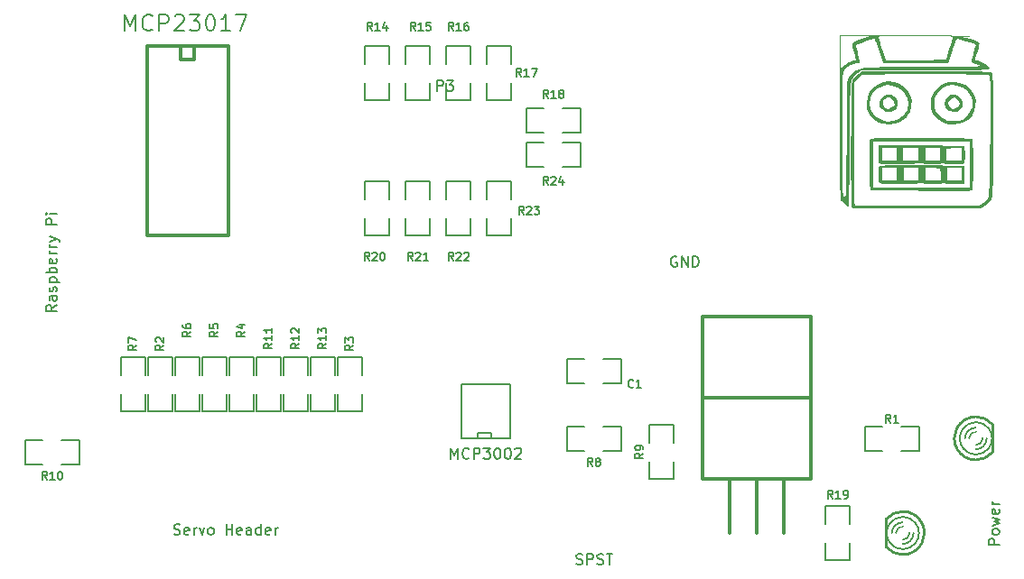
<source format=gto>
G04 (created by PCBNEW (2013-07-07 BZR 4022)-stable) date 8/21/2014 4:39:55 PM*
%MOIN*%
G04 Gerber Fmt 3.4, Leading zero omitted, Abs format*
%FSLAX34Y34*%
G01*
G70*
G90*
G04 APERTURE LIST*
%ADD10C,0.00393701*%
%ADD11C,0.012*%
%ADD12C,0.005*%
%ADD13C,0.01*%
%ADD14C,0.006*%
%ADD15C,0.0001*%
%ADD16C,0.00590551*%
G04 APERTURE END LIST*
G54D10*
G54D11*
X59500Y-92500D02*
X59500Y-90500D01*
X60500Y-92500D02*
X60500Y-90500D01*
X61500Y-92500D02*
X61500Y-90500D01*
X62500Y-90500D02*
X62500Y-84500D01*
X62500Y-84500D02*
X58500Y-84500D01*
X58500Y-84500D02*
X58500Y-90500D01*
X58500Y-90500D02*
X62500Y-90500D01*
X62000Y-87500D02*
X58500Y-87500D01*
X62000Y-87500D02*
X62500Y-87500D01*
G54D12*
X49600Y-89000D02*
X49600Y-87000D01*
X49600Y-87000D02*
X51400Y-87000D01*
X51400Y-87000D02*
X51400Y-89000D01*
X51400Y-89000D02*
X49600Y-89000D01*
X50200Y-89000D02*
X50200Y-88800D01*
X50200Y-88800D02*
X50700Y-88800D01*
X50700Y-88800D02*
X50700Y-89000D01*
G54D11*
X40500Y-81500D02*
X38000Y-81500D01*
X38000Y-81500D02*
X38000Y-74500D01*
X38000Y-74500D02*
X41000Y-74500D01*
X41000Y-74500D02*
X41000Y-81500D01*
X41000Y-81500D02*
X40500Y-81500D01*
X39750Y-74500D02*
X39750Y-75000D01*
X39750Y-75000D02*
X39250Y-75000D01*
X39250Y-75000D02*
X39250Y-74500D01*
G54D12*
X45050Y-88000D02*
X45950Y-88000D01*
X45950Y-88000D02*
X45950Y-87350D01*
X45050Y-86650D02*
X45050Y-86000D01*
X45050Y-86000D02*
X45950Y-86000D01*
X45950Y-86000D02*
X45950Y-86650D01*
X45050Y-87350D02*
X45050Y-88000D01*
X48450Y-74500D02*
X47550Y-74500D01*
X47550Y-74500D02*
X47550Y-75150D01*
X48450Y-75850D02*
X48450Y-76500D01*
X48450Y-76500D02*
X47550Y-76500D01*
X47550Y-76500D02*
X47550Y-75850D01*
X48450Y-75150D02*
X48450Y-74500D01*
X46950Y-74500D02*
X46050Y-74500D01*
X46050Y-74500D02*
X46050Y-75150D01*
X46950Y-75850D02*
X46950Y-76500D01*
X46950Y-76500D02*
X46050Y-76500D01*
X46050Y-76500D02*
X46050Y-75850D01*
X46950Y-75150D02*
X46950Y-74500D01*
X54000Y-77700D02*
X54000Y-76800D01*
X54000Y-76800D02*
X53350Y-76800D01*
X52650Y-77700D02*
X52000Y-77700D01*
X52000Y-77700D02*
X52000Y-76800D01*
X52000Y-76800D02*
X52650Y-76800D01*
X53350Y-77700D02*
X54000Y-77700D01*
X52000Y-78050D02*
X52000Y-78950D01*
X52000Y-78950D02*
X52650Y-78950D01*
X53350Y-78050D02*
X54000Y-78050D01*
X54000Y-78050D02*
X54000Y-78950D01*
X54000Y-78950D02*
X53350Y-78950D01*
X52650Y-78050D02*
X52000Y-78050D01*
X51450Y-79500D02*
X50550Y-79500D01*
X50550Y-79500D02*
X50550Y-80150D01*
X51450Y-80850D02*
X51450Y-81500D01*
X51450Y-81500D02*
X50550Y-81500D01*
X50550Y-81500D02*
X50550Y-80850D01*
X51450Y-80150D02*
X51450Y-79500D01*
X49950Y-79500D02*
X49050Y-79500D01*
X49050Y-79500D02*
X49050Y-80150D01*
X49950Y-80850D02*
X49950Y-81500D01*
X49950Y-81500D02*
X49050Y-81500D01*
X49050Y-81500D02*
X49050Y-80850D01*
X49950Y-80150D02*
X49950Y-79500D01*
X48450Y-79500D02*
X47550Y-79500D01*
X47550Y-79500D02*
X47550Y-80150D01*
X48450Y-80850D02*
X48450Y-81500D01*
X48450Y-81500D02*
X47550Y-81500D01*
X47550Y-81500D02*
X47550Y-80850D01*
X48450Y-80150D02*
X48450Y-79500D01*
X46950Y-79500D02*
X46050Y-79500D01*
X46050Y-79500D02*
X46050Y-80150D01*
X46950Y-80850D02*
X46950Y-81500D01*
X46950Y-81500D02*
X46050Y-81500D01*
X46050Y-81500D02*
X46050Y-80850D01*
X46950Y-80150D02*
X46950Y-79500D01*
X63050Y-93500D02*
X63950Y-93500D01*
X63950Y-93500D02*
X63950Y-92850D01*
X63050Y-92150D02*
X63050Y-91500D01*
X63050Y-91500D02*
X63950Y-91500D01*
X63950Y-91500D02*
X63950Y-92150D01*
X63050Y-92850D02*
X63050Y-93500D01*
X51450Y-74500D02*
X50550Y-74500D01*
X50550Y-74500D02*
X50550Y-75150D01*
X51450Y-75850D02*
X51450Y-76500D01*
X51450Y-76500D02*
X50550Y-76500D01*
X50550Y-76500D02*
X50550Y-75850D01*
X51450Y-75150D02*
X51450Y-74500D01*
X41050Y-88000D02*
X41950Y-88000D01*
X41950Y-88000D02*
X41950Y-87350D01*
X41050Y-86650D02*
X41050Y-86000D01*
X41050Y-86000D02*
X41950Y-86000D01*
X41950Y-86000D02*
X41950Y-86650D01*
X41050Y-87350D02*
X41050Y-88000D01*
X40050Y-88000D02*
X40950Y-88000D01*
X40950Y-88000D02*
X40950Y-87350D01*
X40050Y-86650D02*
X40050Y-86000D01*
X40050Y-86000D02*
X40950Y-86000D01*
X40950Y-86000D02*
X40950Y-86650D01*
X40050Y-87350D02*
X40050Y-88000D01*
X39050Y-88000D02*
X39950Y-88000D01*
X39950Y-88000D02*
X39950Y-87350D01*
X39050Y-86650D02*
X39050Y-86000D01*
X39050Y-86000D02*
X39950Y-86000D01*
X39950Y-86000D02*
X39950Y-86650D01*
X39050Y-87350D02*
X39050Y-88000D01*
X37050Y-88000D02*
X37950Y-88000D01*
X37950Y-88000D02*
X37950Y-87350D01*
X37050Y-86650D02*
X37050Y-86000D01*
X37050Y-86000D02*
X37950Y-86000D01*
X37950Y-86000D02*
X37950Y-86650D01*
X37050Y-87350D02*
X37050Y-88000D01*
X38950Y-86000D02*
X38050Y-86000D01*
X38050Y-86000D02*
X38050Y-86650D01*
X38950Y-87350D02*
X38950Y-88000D01*
X38950Y-88000D02*
X38050Y-88000D01*
X38050Y-88000D02*
X38050Y-87350D01*
X38950Y-86650D02*
X38950Y-86000D01*
X33500Y-89050D02*
X33500Y-89950D01*
X33500Y-89950D02*
X34150Y-89950D01*
X34850Y-89050D02*
X35500Y-89050D01*
X35500Y-89050D02*
X35500Y-89950D01*
X35500Y-89950D02*
X34850Y-89950D01*
X34150Y-89050D02*
X33500Y-89050D01*
X42950Y-86000D02*
X42050Y-86000D01*
X42050Y-86000D02*
X42050Y-86650D01*
X42950Y-87350D02*
X42950Y-88000D01*
X42950Y-88000D02*
X42050Y-88000D01*
X42050Y-88000D02*
X42050Y-87350D01*
X42950Y-86650D02*
X42950Y-86000D01*
X43950Y-86000D02*
X43050Y-86000D01*
X43050Y-86000D02*
X43050Y-86650D01*
X43950Y-87350D02*
X43950Y-88000D01*
X43950Y-88000D02*
X43050Y-88000D01*
X43050Y-88000D02*
X43050Y-87350D01*
X43950Y-86650D02*
X43950Y-86000D01*
X44950Y-86000D02*
X44050Y-86000D01*
X44050Y-86000D02*
X44050Y-86650D01*
X44950Y-87350D02*
X44950Y-88000D01*
X44950Y-88000D02*
X44050Y-88000D01*
X44050Y-88000D02*
X44050Y-87350D01*
X44950Y-86650D02*
X44950Y-86000D01*
X49950Y-74500D02*
X49050Y-74500D01*
X49050Y-74500D02*
X49050Y-75150D01*
X49950Y-75850D02*
X49950Y-76500D01*
X49950Y-76500D02*
X49050Y-76500D01*
X49050Y-76500D02*
X49050Y-75850D01*
X49950Y-75150D02*
X49950Y-74500D01*
X66500Y-89450D02*
X66500Y-88550D01*
X66500Y-88550D02*
X65850Y-88550D01*
X65150Y-89450D02*
X64500Y-89450D01*
X64500Y-89450D02*
X64500Y-88550D01*
X64500Y-88550D02*
X65150Y-88550D01*
X65850Y-89450D02*
X66500Y-89450D01*
X53500Y-86050D02*
X53500Y-86950D01*
X53500Y-86950D02*
X54150Y-86950D01*
X54850Y-86050D02*
X55500Y-86050D01*
X55500Y-86050D02*
X55500Y-86950D01*
X55500Y-86950D02*
X54850Y-86950D01*
X54150Y-86050D02*
X53500Y-86050D01*
X53500Y-88550D02*
X53500Y-89450D01*
X53500Y-89450D02*
X54150Y-89450D01*
X54850Y-88550D02*
X55500Y-88550D01*
X55500Y-88550D02*
X55500Y-89450D01*
X55500Y-89450D02*
X54850Y-89450D01*
X54150Y-88550D02*
X53500Y-88550D01*
X57450Y-88500D02*
X56550Y-88500D01*
X56550Y-88500D02*
X56550Y-89150D01*
X57450Y-89850D02*
X57450Y-90500D01*
X57450Y-90500D02*
X56550Y-90500D01*
X56550Y-90500D02*
X56550Y-89850D01*
X57450Y-89150D02*
X57450Y-88500D01*
G54D13*
X65280Y-92000D02*
X65280Y-93000D01*
G54D14*
X66360Y-92884D02*
G75*
G03X66500Y-92500I-460J384D01*
G74*
G01*
X66499Y-92500D02*
G75*
G03X66348Y-92102I-599J0D01*
G74*
G01*
X65300Y-92500D02*
G75*
G03X65444Y-92889I599J0D01*
G74*
G01*
X65439Y-92115D02*
G75*
G03X65300Y-92500I460J-384D01*
G74*
G01*
X65412Y-92849D02*
G75*
G03X65900Y-93100I487J349D01*
G74*
G01*
X65900Y-93100D02*
G75*
G03X66379Y-92860I0J600D01*
G74*
G01*
X65900Y-91900D02*
G75*
G03X65427Y-92131I0J-599D01*
G74*
G01*
X66373Y-92131D02*
G75*
G03X65900Y-91900I-473J-368D01*
G74*
G01*
X65900Y-92750D02*
G75*
G03X66150Y-92500I0J250D01*
G74*
G01*
X65900Y-92900D02*
G75*
G03X66300Y-92500I0J400D01*
G74*
G01*
X65900Y-92250D02*
G75*
G03X65650Y-92500I0J-250D01*
G74*
G01*
X65900Y-92100D02*
G75*
G03X65500Y-92500I0J-400D01*
G74*
G01*
G54D13*
X65286Y-93013D02*
G75*
G03X65900Y-93300I613J513D01*
G74*
G01*
X65900Y-93299D02*
G75*
G03X66604Y-92876I0J799D01*
G74*
G01*
X65898Y-91701D02*
G75*
G03X65289Y-91984I1J-798D01*
G74*
G01*
X66594Y-92102D02*
G75*
G03X65900Y-91700I-694J-397D01*
G74*
G01*
X66604Y-92879D02*
G75*
G03X66700Y-92500I-704J379D01*
G74*
G01*
X66699Y-92500D02*
G75*
G03X66581Y-92081I-799J0D01*
G74*
G01*
X69220Y-89500D02*
X69220Y-88500D01*
G54D14*
X68139Y-88615D02*
G75*
G03X68000Y-89000I460J-384D01*
G74*
G01*
X68000Y-89000D02*
G75*
G03X68151Y-89397I599J0D01*
G74*
G01*
X69199Y-89000D02*
G75*
G03X69055Y-88610I-599J0D01*
G74*
G01*
X69060Y-89384D02*
G75*
G03X69200Y-89000I-460J384D01*
G74*
G01*
X69087Y-88650D02*
G75*
G03X68600Y-88400I-487J-349D01*
G74*
G01*
X68600Y-88400D02*
G75*
G03X68120Y-88639I0J-600D01*
G74*
G01*
X68600Y-89599D02*
G75*
G03X69072Y-89368I0J599D01*
G74*
G01*
X68126Y-89368D02*
G75*
G03X68600Y-89600I473J368D01*
G74*
G01*
X68600Y-88750D02*
G75*
G03X68350Y-89000I0J-250D01*
G74*
G01*
X68600Y-88600D02*
G75*
G03X68200Y-89000I0J-400D01*
G74*
G01*
X68600Y-89250D02*
G75*
G03X68850Y-89000I0J250D01*
G74*
G01*
X68600Y-89400D02*
G75*
G03X69000Y-89000I0J400D01*
G74*
G01*
G54D13*
X69213Y-88486D02*
G75*
G03X68600Y-88200I-613J-513D01*
G74*
G01*
X68600Y-88201D02*
G75*
G03X67895Y-88623I0J-799D01*
G74*
G01*
X68601Y-89798D02*
G75*
G03X69210Y-89515I-1J798D01*
G74*
G01*
X67905Y-89397D02*
G75*
G03X68600Y-89800I694J397D01*
G74*
G01*
X67895Y-88620D02*
G75*
G03X67800Y-89000I704J-379D01*
G74*
G01*
X67800Y-89000D02*
G75*
G03X67918Y-89418I799J0D01*
G74*
G01*
G54D15*
G36*
X69108Y-75325D02*
X69095Y-75345D01*
X69045Y-75359D01*
X68946Y-75370D01*
X68857Y-75378D01*
X68794Y-75381D01*
X68794Y-75223D01*
X68788Y-75218D01*
X68716Y-75182D01*
X68615Y-75152D01*
X68594Y-75149D01*
X68507Y-75125D01*
X68451Y-75092D01*
X68445Y-75083D01*
X68447Y-75033D01*
X68466Y-74938D01*
X68498Y-74813D01*
X68514Y-74760D01*
X68553Y-74632D01*
X68582Y-74529D01*
X68598Y-74467D01*
X68600Y-74457D01*
X68570Y-74440D01*
X68493Y-74409D01*
X68383Y-74370D01*
X68257Y-74328D01*
X68130Y-74288D01*
X68018Y-74256D01*
X67938Y-74236D01*
X67912Y-74233D01*
X67886Y-74263D01*
X67847Y-74346D01*
X67797Y-74472D01*
X67754Y-74593D01*
X67754Y-74184D01*
X67753Y-74171D01*
X67736Y-74161D01*
X67697Y-74153D01*
X67631Y-74146D01*
X67531Y-74141D01*
X67392Y-74137D01*
X67208Y-74135D01*
X66974Y-74134D01*
X66684Y-74133D01*
X66387Y-74133D01*
X66090Y-74133D01*
X65815Y-74135D01*
X65569Y-74137D01*
X65358Y-74140D01*
X65189Y-74143D01*
X65070Y-74147D01*
X65008Y-74152D01*
X65000Y-74154D01*
X65009Y-74192D01*
X65035Y-74281D01*
X65074Y-74409D01*
X65122Y-74564D01*
X65135Y-74604D01*
X65269Y-75033D01*
X66029Y-75033D01*
X66274Y-75032D01*
X66521Y-75029D01*
X66754Y-75025D01*
X66957Y-75019D01*
X67113Y-75013D01*
X67143Y-75011D01*
X67497Y-74990D01*
X67616Y-74612D01*
X67664Y-74460D01*
X67706Y-74327D01*
X67738Y-74230D01*
X67754Y-74184D01*
X67754Y-74593D01*
X67741Y-74630D01*
X67726Y-74675D01*
X67582Y-75116D01*
X66375Y-75125D01*
X65169Y-75134D01*
X65028Y-74683D01*
X64976Y-74522D01*
X64928Y-74386D01*
X64888Y-74287D01*
X64862Y-74237D01*
X64856Y-74233D01*
X64798Y-74243D01*
X64701Y-74269D01*
X64683Y-74274D01*
X64683Y-74138D01*
X64142Y-74136D01*
X63600Y-74133D01*
X63600Y-74758D01*
X63601Y-75383D01*
X63687Y-75274D01*
X63776Y-75185D01*
X63884Y-75108D01*
X63902Y-75099D01*
X63998Y-75057D01*
X64081Y-75034D01*
X64099Y-75033D01*
X64141Y-75025D01*
X64161Y-74996D01*
X64157Y-74933D01*
X64130Y-74825D01*
X64100Y-74727D01*
X64053Y-74570D01*
X64032Y-74462D01*
X64046Y-74388D01*
X64102Y-74336D01*
X64206Y-74290D01*
X64358Y-74241D01*
X64683Y-74138D01*
X64683Y-74274D01*
X64580Y-74306D01*
X64452Y-74349D01*
X64331Y-74393D01*
X64234Y-74431D01*
X64176Y-74458D01*
X64167Y-74467D01*
X64175Y-74511D01*
X64199Y-74603D01*
X64233Y-74726D01*
X64250Y-74786D01*
X64285Y-74916D01*
X64309Y-75022D01*
X64319Y-75087D01*
X64317Y-75098D01*
X64277Y-75119D01*
X64196Y-75140D01*
X64160Y-75147D01*
X63972Y-75205D01*
X63817Y-75312D01*
X63735Y-75413D01*
X63721Y-75437D01*
X63710Y-75463D01*
X63700Y-75497D01*
X63692Y-75544D01*
X63685Y-75608D01*
X63680Y-75695D01*
X63675Y-75810D01*
X63672Y-75957D01*
X63670Y-76142D01*
X63668Y-76369D01*
X63667Y-76644D01*
X63667Y-76971D01*
X63667Y-77356D01*
X63666Y-77748D01*
X63667Y-78190D01*
X63667Y-78570D01*
X63668Y-78893D01*
X63669Y-79164D01*
X63671Y-79387D01*
X63674Y-79569D01*
X63677Y-79714D01*
X63682Y-79826D01*
X63688Y-79910D01*
X63695Y-79972D01*
X63703Y-80016D01*
X63713Y-80048D01*
X63725Y-80071D01*
X63725Y-80072D01*
X63783Y-80171D01*
X63804Y-79927D01*
X63808Y-79849D01*
X63812Y-79710D01*
X63815Y-79519D01*
X63819Y-79282D01*
X63822Y-79006D01*
X63824Y-78698D01*
X63826Y-78364D01*
X63828Y-78012D01*
X63829Y-77754D01*
X63833Y-75825D01*
X63921Y-75664D01*
X64039Y-75498D01*
X64187Y-75384D01*
X64375Y-75316D01*
X64512Y-75294D01*
X64588Y-75290D01*
X64724Y-75286D01*
X64913Y-75282D01*
X65150Y-75278D01*
X65426Y-75275D01*
X65736Y-75272D01*
X66073Y-75270D01*
X66431Y-75268D01*
X66800Y-75267D01*
X67225Y-75266D01*
X67588Y-75265D01*
X67893Y-75264D01*
X68145Y-75262D01*
X68348Y-75259D01*
X68507Y-75255D01*
X68626Y-75251D01*
X68710Y-75246D01*
X68762Y-75239D01*
X68789Y-75232D01*
X68794Y-75223D01*
X68794Y-75381D01*
X68775Y-75382D01*
X68633Y-75385D01*
X68438Y-75388D01*
X68196Y-75391D01*
X67914Y-75394D01*
X67598Y-75396D01*
X67255Y-75398D01*
X66892Y-75399D01*
X66516Y-75399D01*
X66477Y-75399D01*
X64372Y-75400D01*
X64229Y-75508D01*
X64177Y-75547D01*
X64132Y-75580D01*
X64093Y-75613D01*
X64061Y-75651D01*
X64034Y-75698D01*
X64011Y-75759D01*
X63993Y-75840D01*
X63979Y-75944D01*
X63968Y-76078D01*
X63960Y-76245D01*
X63954Y-76450D01*
X63950Y-76699D01*
X63947Y-76996D01*
X63944Y-77345D01*
X63942Y-77753D01*
X63939Y-78138D01*
X63936Y-78640D01*
X63931Y-79081D01*
X63926Y-79462D01*
X63921Y-79782D01*
X63915Y-80039D01*
X63909Y-80233D01*
X63902Y-80362D01*
X63895Y-80426D01*
X63891Y-80433D01*
X63849Y-80409D01*
X63783Y-80352D01*
X63713Y-80278D01*
X63655Y-80207D01*
X63628Y-80157D01*
X63628Y-80155D01*
X63622Y-80164D01*
X63612Y-80226D01*
X63603Y-80316D01*
X63600Y-80312D01*
X63597Y-80246D01*
X63595Y-80121D01*
X63592Y-79942D01*
X63590Y-79714D01*
X63588Y-79439D01*
X63586Y-79123D01*
X63585Y-78769D01*
X63583Y-78383D01*
X63582Y-77967D01*
X63582Y-77526D01*
X63582Y-77309D01*
X63580Y-74102D01*
X66415Y-74108D01*
X66828Y-74109D01*
X67210Y-74111D01*
X67557Y-74113D01*
X67867Y-74115D01*
X68135Y-74117D01*
X68357Y-74119D01*
X68531Y-74122D01*
X68653Y-74124D01*
X68718Y-74127D01*
X68724Y-74130D01*
X68670Y-74132D01*
X68091Y-74150D01*
X68412Y-74246D01*
X68572Y-74297D01*
X68674Y-74339D01*
X68724Y-74374D01*
X68733Y-74396D01*
X68724Y-74453D01*
X68700Y-74557D01*
X68664Y-74691D01*
X68623Y-74836D01*
X68585Y-74959D01*
X68582Y-75004D01*
X68618Y-75031D01*
X68690Y-75048D01*
X68812Y-75086D01*
X68936Y-75151D01*
X69040Y-75227D01*
X69097Y-75294D01*
X69108Y-75325D01*
X69108Y-75325D01*
X69108Y-75325D01*
G37*
G36*
X69233Y-78580D02*
X69232Y-78904D01*
X69231Y-79177D01*
X69230Y-79402D01*
X69228Y-79586D01*
X69224Y-79734D01*
X69220Y-79849D01*
X69214Y-79938D01*
X69208Y-80005D01*
X69199Y-80055D01*
X69189Y-80094D01*
X69177Y-80126D01*
X69164Y-80155D01*
X69162Y-80159D01*
X69132Y-80200D01*
X69132Y-76584D01*
X69131Y-76295D01*
X69129Y-76061D01*
X69126Y-75877D01*
X69121Y-75741D01*
X69115Y-75650D01*
X69108Y-75601D01*
X69103Y-75590D01*
X69062Y-75581D01*
X68961Y-75573D01*
X68807Y-75565D01*
X68607Y-75558D01*
X68367Y-75551D01*
X68095Y-75546D01*
X67798Y-75541D01*
X67481Y-75538D01*
X67153Y-75535D01*
X66819Y-75534D01*
X66488Y-75533D01*
X66165Y-75534D01*
X65857Y-75536D01*
X65571Y-75540D01*
X65315Y-75545D01*
X65143Y-75549D01*
X64389Y-75574D01*
X64253Y-75701D01*
X64117Y-75828D01*
X64106Y-77972D01*
X64105Y-78348D01*
X64104Y-78708D01*
X64104Y-79045D01*
X64104Y-79353D01*
X64105Y-79626D01*
X64107Y-79858D01*
X64109Y-80044D01*
X64112Y-80176D01*
X64116Y-80249D01*
X64116Y-80258D01*
X64137Y-80400D01*
X66430Y-80400D01*
X68723Y-80400D01*
X68860Y-80300D01*
X68909Y-80266D01*
X68951Y-80235D01*
X68987Y-80203D01*
X69017Y-80165D01*
X69042Y-80116D01*
X69062Y-80050D01*
X69079Y-79964D01*
X69091Y-79852D01*
X69101Y-79709D01*
X69109Y-79530D01*
X69114Y-79310D01*
X69118Y-79045D01*
X69121Y-78729D01*
X69123Y-78357D01*
X69126Y-77925D01*
X69127Y-77805D01*
X69130Y-77336D01*
X69131Y-76930D01*
X69132Y-76584D01*
X69132Y-80200D01*
X69049Y-80316D01*
X68939Y-80403D01*
X68787Y-80500D01*
X66411Y-80500D01*
X64034Y-80500D01*
X64009Y-80408D01*
X64005Y-80360D01*
X64001Y-80250D01*
X63997Y-80086D01*
X63995Y-79872D01*
X63992Y-79614D01*
X63991Y-79319D01*
X63990Y-78991D01*
X63990Y-78637D01*
X63990Y-78262D01*
X63991Y-78071D01*
X63993Y-77629D01*
X63994Y-77249D01*
X63996Y-76926D01*
X63998Y-76655D01*
X64000Y-76430D01*
X64003Y-76248D01*
X64007Y-76103D01*
X64012Y-75990D01*
X64018Y-75904D01*
X64025Y-75841D01*
X64033Y-75795D01*
X64043Y-75762D01*
X64055Y-75736D01*
X64066Y-75717D01*
X64137Y-75628D01*
X64233Y-75541D01*
X64260Y-75521D01*
X64387Y-75433D01*
X66745Y-75433D01*
X67274Y-75433D01*
X67739Y-75435D01*
X68139Y-75437D01*
X68474Y-75441D01*
X68744Y-75445D01*
X68948Y-75451D01*
X69087Y-75457D01*
X69159Y-75464D01*
X69169Y-75467D01*
X69181Y-75476D01*
X69192Y-75490D01*
X69201Y-75514D01*
X69209Y-75554D01*
X69216Y-75613D01*
X69221Y-75697D01*
X69225Y-75810D01*
X69228Y-75958D01*
X69230Y-76144D01*
X69231Y-76374D01*
X69232Y-76652D01*
X69233Y-76983D01*
X69233Y-77372D01*
X69233Y-77757D01*
X69233Y-78199D01*
X69233Y-78580D01*
X69233Y-78580D01*
X69233Y-78580D01*
G37*
G36*
X68500Y-78883D02*
X68499Y-79178D01*
X68496Y-79412D01*
X68491Y-79589D01*
X68483Y-79714D01*
X68473Y-79791D01*
X68460Y-79826D01*
X68448Y-79834D01*
X68425Y-79841D01*
X68388Y-79846D01*
X68367Y-79847D01*
X68367Y-79733D01*
X68367Y-78883D01*
X68367Y-78033D01*
X66583Y-78033D01*
X64800Y-78033D01*
X64800Y-78883D01*
X64800Y-79733D01*
X66583Y-79733D01*
X68367Y-79733D01*
X68367Y-79847D01*
X68331Y-79851D01*
X68252Y-79855D01*
X68146Y-79857D01*
X68008Y-79859D01*
X67834Y-79859D01*
X67621Y-79859D01*
X67363Y-79857D01*
X67057Y-79855D01*
X66699Y-79852D01*
X66284Y-79848D01*
X65808Y-79843D01*
X65613Y-79841D01*
X64710Y-79832D01*
X64688Y-79577D01*
X64681Y-79464D01*
X64675Y-79299D01*
X64671Y-79097D01*
X64668Y-78875D01*
X64667Y-78647D01*
X64666Y-78631D01*
X64667Y-78397D01*
X64669Y-78220D01*
X64673Y-78093D01*
X64681Y-78008D01*
X64691Y-77956D01*
X64705Y-77929D01*
X64719Y-77920D01*
X64762Y-77916D01*
X64865Y-77912D01*
X65021Y-77909D01*
X65226Y-77906D01*
X65473Y-77904D01*
X65755Y-77902D01*
X66065Y-77900D01*
X66399Y-77900D01*
X66596Y-77900D01*
X67018Y-77900D01*
X67377Y-77901D01*
X67677Y-77903D01*
X67922Y-77906D01*
X68116Y-77910D01*
X68263Y-77915D01*
X68366Y-77922D01*
X68430Y-77930D01*
X68459Y-77939D01*
X68460Y-77940D01*
X68473Y-77974D01*
X68483Y-78050D01*
X68491Y-78174D01*
X68496Y-78350D01*
X68499Y-78583D01*
X68500Y-78877D01*
X68500Y-78883D01*
X68500Y-78883D01*
X68500Y-78883D01*
G37*
G36*
X66225Y-76510D02*
X66223Y-76724D01*
X66161Y-76931D01*
X66107Y-77014D01*
X66107Y-76631D01*
X66080Y-76435D01*
X65989Y-76255D01*
X65884Y-76138D01*
X65709Y-76016D01*
X65518Y-75952D01*
X65323Y-75942D01*
X65135Y-75985D01*
X64964Y-76076D01*
X64822Y-76212D01*
X64720Y-76392D01*
X64699Y-76455D01*
X64677Y-76640D01*
X64715Y-76823D01*
X64806Y-76991D01*
X64944Y-77132D01*
X65071Y-77211D01*
X65223Y-77273D01*
X65356Y-77295D01*
X65501Y-77281D01*
X65585Y-77262D01*
X65727Y-77203D01*
X65867Y-77105D01*
X65985Y-76985D01*
X66062Y-76861D01*
X66069Y-76841D01*
X66107Y-76631D01*
X66107Y-77014D01*
X66040Y-77117D01*
X65997Y-77164D01*
X65819Y-77297D01*
X65611Y-77377D01*
X65387Y-77404D01*
X65162Y-77373D01*
X65017Y-77320D01*
X64818Y-77195D01*
X64675Y-77033D01*
X64589Y-76838D01*
X64562Y-76612D01*
X64562Y-76611D01*
X64594Y-76392D01*
X64680Y-76201D01*
X64809Y-76043D01*
X64974Y-75922D01*
X65163Y-75844D01*
X65370Y-75813D01*
X65583Y-75833D01*
X65794Y-75910D01*
X65867Y-75951D01*
X65990Y-76040D01*
X66078Y-76141D01*
X66154Y-76278D01*
X66164Y-76300D01*
X66225Y-76510D01*
X66225Y-76510D01*
X66225Y-76510D01*
G37*
G36*
X68595Y-76495D02*
X68590Y-76692D01*
X68544Y-76889D01*
X68477Y-77033D01*
X68477Y-76572D01*
X68434Y-76381D01*
X68389Y-76291D01*
X68263Y-76136D01*
X68096Y-76021D01*
X67905Y-75953D01*
X67706Y-75937D01*
X67549Y-75966D01*
X67422Y-76031D01*
X67288Y-76133D01*
X67173Y-76252D01*
X67112Y-76342D01*
X67076Y-76461D01*
X67064Y-76612D01*
X67075Y-76764D01*
X67110Y-76888D01*
X67114Y-76894D01*
X67193Y-77004D01*
X67311Y-77115D01*
X67444Y-77210D01*
X67538Y-77256D01*
X67662Y-77280D01*
X67817Y-77281D01*
X67972Y-77260D01*
X68095Y-77219D01*
X68267Y-77097D01*
X68391Y-76941D01*
X68462Y-76762D01*
X68477Y-76572D01*
X68477Y-77033D01*
X68462Y-77066D01*
X68363Y-77189D01*
X68185Y-77308D01*
X67966Y-77378D01*
X67748Y-77399D01*
X67612Y-77395D01*
X67511Y-77378D01*
X67417Y-77339D01*
X67333Y-77291D01*
X67148Y-77152D01*
X67024Y-76989D01*
X66955Y-76794D01*
X66939Y-76663D01*
X66954Y-76431D01*
X67027Y-76231D01*
X67160Y-76062D01*
X67351Y-75924D01*
X67383Y-75907D01*
X67592Y-75834D01*
X67810Y-75819D01*
X68023Y-75857D01*
X68221Y-75944D01*
X68391Y-76077D01*
X68520Y-76250D01*
X68554Y-76321D01*
X68595Y-76495D01*
X68595Y-76495D01*
X68595Y-76495D01*
G37*
G36*
X68183Y-79583D02*
X68067Y-79585D01*
X68067Y-79466D01*
X68067Y-79233D01*
X68067Y-79000D01*
X67800Y-79000D01*
X67533Y-79000D01*
X67533Y-79233D01*
X67533Y-79466D01*
X67800Y-79466D01*
X68067Y-79466D01*
X68067Y-79585D01*
X67808Y-79592D01*
X67635Y-79595D01*
X67520Y-79591D01*
X67455Y-79580D01*
X67433Y-79563D01*
X67433Y-79561D01*
X67423Y-79536D01*
X67393Y-79560D01*
X67344Y-79577D01*
X67303Y-79582D01*
X67303Y-79466D01*
X67293Y-79241D01*
X67283Y-79016D01*
X67008Y-79006D01*
X66733Y-78997D01*
X66733Y-79231D01*
X66733Y-79466D01*
X67018Y-79466D01*
X67303Y-79466D01*
X67303Y-79582D01*
X67247Y-79590D01*
X67120Y-79597D01*
X66979Y-79600D01*
X66841Y-79598D01*
X66723Y-79590D01*
X66642Y-79578D01*
X66615Y-79565D01*
X66578Y-79548D01*
X66553Y-79563D01*
X66506Y-79576D01*
X66467Y-79579D01*
X66467Y-79466D01*
X66467Y-79233D01*
X66467Y-79000D01*
X66200Y-79000D01*
X65933Y-79000D01*
X65933Y-79233D01*
X65933Y-79466D01*
X66200Y-79466D01*
X66467Y-79466D01*
X66467Y-79579D01*
X66404Y-79585D01*
X66261Y-79592D01*
X66087Y-79597D01*
X65895Y-79599D01*
X65697Y-79598D01*
X65667Y-79597D01*
X65667Y-79466D01*
X65667Y-79233D01*
X65667Y-79000D01*
X65400Y-79000D01*
X65133Y-79000D01*
X65133Y-79233D01*
X65133Y-79466D01*
X65400Y-79466D01*
X65667Y-79466D01*
X65667Y-79597D01*
X65506Y-79595D01*
X65332Y-79589D01*
X65188Y-79582D01*
X65087Y-79571D01*
X65039Y-79559D01*
X65039Y-79558D01*
X65021Y-79508D01*
X65008Y-79411D01*
X65001Y-79288D01*
X65001Y-79159D01*
X65006Y-79043D01*
X65019Y-78962D01*
X65027Y-78941D01*
X65048Y-78931D01*
X65098Y-78923D01*
X65182Y-78916D01*
X65306Y-78912D01*
X65473Y-78908D01*
X65689Y-78906D01*
X65958Y-78906D01*
X66285Y-78906D01*
X66618Y-78908D01*
X68183Y-78916D01*
X68183Y-79250D01*
X68183Y-79583D01*
X68183Y-79583D01*
X68183Y-79583D01*
G37*
G36*
X68195Y-78660D02*
X68188Y-78767D01*
X68172Y-78824D01*
X68159Y-78838D01*
X68104Y-78852D01*
X68067Y-78855D01*
X68067Y-78733D01*
X68067Y-78498D01*
X68067Y-78263D01*
X67792Y-78273D01*
X67517Y-78283D01*
X67507Y-78508D01*
X67497Y-78733D01*
X67782Y-78733D01*
X68067Y-78733D01*
X68067Y-78855D01*
X68002Y-78861D01*
X67872Y-78865D01*
X67731Y-78865D01*
X67596Y-78859D01*
X67487Y-78850D01*
X67420Y-78836D01*
X67410Y-78830D01*
X67370Y-78812D01*
X67352Y-78830D01*
X67309Y-78847D01*
X67267Y-78852D01*
X67267Y-78733D01*
X67267Y-78500D01*
X67267Y-78266D01*
X67000Y-78266D01*
X66733Y-78266D01*
X66733Y-78500D01*
X66733Y-78733D01*
X67000Y-78733D01*
X67267Y-78733D01*
X67267Y-78852D01*
X67218Y-78858D01*
X67096Y-78865D01*
X66959Y-78866D01*
X66826Y-78861D01*
X66715Y-78852D01*
X66642Y-78837D01*
X66633Y-78833D01*
X66570Y-78817D01*
X66551Y-78832D01*
X66513Y-78840D01*
X66467Y-78844D01*
X66467Y-78733D01*
X66467Y-78500D01*
X66467Y-78266D01*
X66183Y-78266D01*
X65900Y-78266D01*
X65900Y-78500D01*
X65900Y-78733D01*
X66183Y-78733D01*
X66467Y-78733D01*
X66467Y-78844D01*
X66421Y-78848D01*
X66286Y-78854D01*
X66118Y-78859D01*
X65930Y-78862D01*
X65734Y-78864D01*
X65667Y-78864D01*
X65667Y-78733D01*
X65667Y-78500D01*
X65667Y-78266D01*
X65400Y-78266D01*
X65133Y-78266D01*
X65133Y-78500D01*
X65133Y-78733D01*
X65400Y-78733D01*
X65667Y-78733D01*
X65667Y-78864D01*
X65541Y-78864D01*
X65362Y-78863D01*
X65210Y-78859D01*
X65096Y-78854D01*
X65031Y-78847D01*
X65021Y-78843D01*
X65012Y-78803D01*
X65005Y-78711D01*
X65001Y-78584D01*
X65000Y-78494D01*
X65000Y-78166D01*
X66592Y-78175D01*
X68183Y-78183D01*
X68193Y-78497D01*
X68195Y-78660D01*
X68195Y-78660D01*
X68195Y-78660D01*
G37*
G36*
X65708Y-76561D02*
X65704Y-76686D01*
X65658Y-76800D01*
X65593Y-76859D01*
X65593Y-76658D01*
X65586Y-76564D01*
X65521Y-76476D01*
X65512Y-76469D01*
X65411Y-76410D01*
X65320Y-76410D01*
X65239Y-76453D01*
X65186Y-76508D01*
X65171Y-76587D01*
X65173Y-76627D01*
X65208Y-76736D01*
X65282Y-76801D01*
X65381Y-76816D01*
X65490Y-76778D01*
X65542Y-76740D01*
X65593Y-76658D01*
X65593Y-76859D01*
X65570Y-76881D01*
X65567Y-76883D01*
X65413Y-76931D01*
X65268Y-76919D01*
X65143Y-76847D01*
X65131Y-76835D01*
X65053Y-76722D01*
X65032Y-76605D01*
X65059Y-76495D01*
X65125Y-76400D01*
X65220Y-76329D01*
X65337Y-76293D01*
X65465Y-76301D01*
X65587Y-76355D01*
X65669Y-76444D01*
X65708Y-76561D01*
X65708Y-76561D01*
X65708Y-76561D01*
G37*
G36*
X68124Y-76605D02*
X68102Y-76734D01*
X68017Y-76852D01*
X68000Y-76862D01*
X68000Y-76627D01*
X68000Y-76624D01*
X67975Y-76545D01*
X67915Y-76466D01*
X67842Y-76411D01*
X67799Y-76400D01*
X67716Y-76425D01*
X67635Y-76489D01*
X67579Y-76568D01*
X67567Y-76616D01*
X67593Y-76690D01*
X67657Y-76766D01*
X67735Y-76820D01*
X67783Y-76833D01*
X67836Y-76814D01*
X67908Y-76767D01*
X67912Y-76764D01*
X67973Y-76696D01*
X68000Y-76627D01*
X68000Y-76862D01*
X67911Y-76915D01*
X67779Y-76935D01*
X67645Y-76913D01*
X67556Y-76865D01*
X67474Y-76761D01*
X67444Y-76631D01*
X67470Y-76495D01*
X67482Y-76468D01*
X67571Y-76359D01*
X67688Y-76300D01*
X67817Y-76290D01*
X67942Y-76329D01*
X68046Y-76417D01*
X68080Y-76468D01*
X68124Y-76605D01*
X68124Y-76605D01*
X68124Y-76605D01*
G37*
G54D12*
X49204Y-89761D02*
X49204Y-89361D01*
X49338Y-89647D01*
X49471Y-89361D01*
X49471Y-89761D01*
X49890Y-89723D02*
X49871Y-89742D01*
X49814Y-89761D01*
X49776Y-89761D01*
X49719Y-89742D01*
X49680Y-89704D01*
X49661Y-89666D01*
X49642Y-89590D01*
X49642Y-89533D01*
X49661Y-89457D01*
X49680Y-89419D01*
X49719Y-89380D01*
X49776Y-89361D01*
X49814Y-89361D01*
X49871Y-89380D01*
X49890Y-89400D01*
X50061Y-89761D02*
X50061Y-89361D01*
X50214Y-89361D01*
X50252Y-89380D01*
X50271Y-89400D01*
X50290Y-89438D01*
X50290Y-89495D01*
X50271Y-89533D01*
X50252Y-89552D01*
X50214Y-89571D01*
X50061Y-89571D01*
X50423Y-89361D02*
X50671Y-89361D01*
X50538Y-89514D01*
X50595Y-89514D01*
X50633Y-89533D01*
X50652Y-89552D01*
X50671Y-89590D01*
X50671Y-89685D01*
X50652Y-89723D01*
X50633Y-89742D01*
X50595Y-89761D01*
X50480Y-89761D01*
X50442Y-89742D01*
X50423Y-89723D01*
X50919Y-89361D02*
X50957Y-89361D01*
X50995Y-89380D01*
X51014Y-89400D01*
X51033Y-89438D01*
X51052Y-89514D01*
X51052Y-89609D01*
X51033Y-89685D01*
X51014Y-89723D01*
X50995Y-89742D01*
X50957Y-89761D01*
X50919Y-89761D01*
X50880Y-89742D01*
X50861Y-89723D01*
X50842Y-89685D01*
X50823Y-89609D01*
X50823Y-89514D01*
X50842Y-89438D01*
X50861Y-89400D01*
X50880Y-89380D01*
X50919Y-89361D01*
X51300Y-89361D02*
X51338Y-89361D01*
X51376Y-89380D01*
X51395Y-89400D01*
X51414Y-89438D01*
X51433Y-89514D01*
X51433Y-89609D01*
X51414Y-89685D01*
X51395Y-89723D01*
X51376Y-89742D01*
X51338Y-89761D01*
X51300Y-89761D01*
X51261Y-89742D01*
X51242Y-89723D01*
X51223Y-89685D01*
X51204Y-89609D01*
X51204Y-89514D01*
X51223Y-89438D01*
X51242Y-89400D01*
X51261Y-89380D01*
X51300Y-89361D01*
X51585Y-89400D02*
X51604Y-89380D01*
X51642Y-89361D01*
X51738Y-89361D01*
X51776Y-89380D01*
X51795Y-89400D01*
X51814Y-89438D01*
X51814Y-89476D01*
X51795Y-89533D01*
X51566Y-89761D01*
X51814Y-89761D01*
G54D14*
X37171Y-73942D02*
X37171Y-73342D01*
X37371Y-73771D01*
X37571Y-73342D01*
X37571Y-73942D01*
X38199Y-73885D02*
X38171Y-73914D01*
X38085Y-73942D01*
X38028Y-73942D01*
X37942Y-73914D01*
X37885Y-73857D01*
X37857Y-73800D01*
X37828Y-73685D01*
X37828Y-73600D01*
X37857Y-73485D01*
X37885Y-73428D01*
X37942Y-73371D01*
X38028Y-73342D01*
X38085Y-73342D01*
X38171Y-73371D01*
X38199Y-73400D01*
X38457Y-73942D02*
X38457Y-73342D01*
X38685Y-73342D01*
X38742Y-73371D01*
X38771Y-73400D01*
X38799Y-73457D01*
X38799Y-73542D01*
X38771Y-73600D01*
X38742Y-73628D01*
X38685Y-73657D01*
X38457Y-73657D01*
X39028Y-73400D02*
X39057Y-73371D01*
X39114Y-73342D01*
X39257Y-73342D01*
X39314Y-73371D01*
X39342Y-73400D01*
X39371Y-73457D01*
X39371Y-73514D01*
X39342Y-73600D01*
X38999Y-73942D01*
X39371Y-73942D01*
X39571Y-73342D02*
X39942Y-73342D01*
X39742Y-73571D01*
X39828Y-73571D01*
X39885Y-73600D01*
X39914Y-73628D01*
X39942Y-73685D01*
X39942Y-73828D01*
X39914Y-73885D01*
X39885Y-73914D01*
X39828Y-73942D01*
X39657Y-73942D01*
X39600Y-73914D01*
X39571Y-73885D01*
X40314Y-73342D02*
X40371Y-73342D01*
X40428Y-73371D01*
X40457Y-73400D01*
X40485Y-73457D01*
X40514Y-73571D01*
X40514Y-73714D01*
X40485Y-73828D01*
X40457Y-73885D01*
X40428Y-73914D01*
X40371Y-73942D01*
X40314Y-73942D01*
X40257Y-73914D01*
X40228Y-73885D01*
X40200Y-73828D01*
X40171Y-73714D01*
X40171Y-73571D01*
X40200Y-73457D01*
X40228Y-73400D01*
X40257Y-73371D01*
X40314Y-73342D01*
X41085Y-73942D02*
X40742Y-73942D01*
X40914Y-73942D02*
X40914Y-73342D01*
X40857Y-73428D01*
X40800Y-73485D01*
X40742Y-73514D01*
X41285Y-73342D02*
X41685Y-73342D01*
X41428Y-73942D01*
G54D12*
X45621Y-85550D02*
X45478Y-85650D01*
X45621Y-85721D02*
X45321Y-85721D01*
X45321Y-85607D01*
X45335Y-85578D01*
X45350Y-85564D01*
X45378Y-85550D01*
X45421Y-85550D01*
X45450Y-85564D01*
X45464Y-85578D01*
X45478Y-85607D01*
X45478Y-85721D01*
X45321Y-85450D02*
X45321Y-85264D01*
X45435Y-85364D01*
X45435Y-85321D01*
X45450Y-85292D01*
X45464Y-85278D01*
X45492Y-85264D01*
X45564Y-85264D01*
X45592Y-85278D01*
X45607Y-85292D01*
X45621Y-85321D01*
X45621Y-85407D01*
X45607Y-85435D01*
X45592Y-85450D01*
X47907Y-73921D02*
X47807Y-73778D01*
X47735Y-73921D02*
X47735Y-73621D01*
X47850Y-73621D01*
X47878Y-73635D01*
X47892Y-73650D01*
X47907Y-73678D01*
X47907Y-73721D01*
X47892Y-73750D01*
X47878Y-73764D01*
X47850Y-73778D01*
X47735Y-73778D01*
X48192Y-73921D02*
X48021Y-73921D01*
X48107Y-73921D02*
X48107Y-73621D01*
X48078Y-73664D01*
X48050Y-73692D01*
X48021Y-73707D01*
X48464Y-73621D02*
X48321Y-73621D01*
X48307Y-73764D01*
X48321Y-73750D01*
X48350Y-73735D01*
X48421Y-73735D01*
X48450Y-73750D01*
X48464Y-73764D01*
X48478Y-73792D01*
X48478Y-73864D01*
X48464Y-73892D01*
X48450Y-73907D01*
X48421Y-73921D01*
X48350Y-73921D01*
X48321Y-73907D01*
X48307Y-73892D01*
X46307Y-73921D02*
X46207Y-73778D01*
X46135Y-73921D02*
X46135Y-73621D01*
X46250Y-73621D01*
X46278Y-73635D01*
X46292Y-73650D01*
X46307Y-73678D01*
X46307Y-73721D01*
X46292Y-73750D01*
X46278Y-73764D01*
X46250Y-73778D01*
X46135Y-73778D01*
X46592Y-73921D02*
X46421Y-73921D01*
X46507Y-73921D02*
X46507Y-73621D01*
X46478Y-73664D01*
X46450Y-73692D01*
X46421Y-73707D01*
X46850Y-73721D02*
X46850Y-73921D01*
X46778Y-73607D02*
X46707Y-73821D01*
X46892Y-73821D01*
X52807Y-76421D02*
X52707Y-76278D01*
X52635Y-76421D02*
X52635Y-76121D01*
X52750Y-76121D01*
X52778Y-76135D01*
X52792Y-76150D01*
X52807Y-76178D01*
X52807Y-76221D01*
X52792Y-76250D01*
X52778Y-76264D01*
X52750Y-76278D01*
X52635Y-76278D01*
X53092Y-76421D02*
X52921Y-76421D01*
X53007Y-76421D02*
X53007Y-76121D01*
X52978Y-76164D01*
X52950Y-76192D01*
X52921Y-76207D01*
X53264Y-76250D02*
X53235Y-76235D01*
X53221Y-76221D01*
X53207Y-76192D01*
X53207Y-76178D01*
X53221Y-76150D01*
X53235Y-76135D01*
X53264Y-76121D01*
X53321Y-76121D01*
X53350Y-76135D01*
X53364Y-76150D01*
X53378Y-76178D01*
X53378Y-76192D01*
X53364Y-76221D01*
X53350Y-76235D01*
X53321Y-76250D01*
X53264Y-76250D01*
X53235Y-76264D01*
X53221Y-76278D01*
X53207Y-76307D01*
X53207Y-76364D01*
X53221Y-76392D01*
X53235Y-76407D01*
X53264Y-76421D01*
X53321Y-76421D01*
X53350Y-76407D01*
X53364Y-76392D01*
X53378Y-76364D01*
X53378Y-76307D01*
X53364Y-76278D01*
X53350Y-76264D01*
X53321Y-76250D01*
X52807Y-79621D02*
X52707Y-79478D01*
X52635Y-79621D02*
X52635Y-79321D01*
X52750Y-79321D01*
X52778Y-79335D01*
X52792Y-79350D01*
X52807Y-79378D01*
X52807Y-79421D01*
X52792Y-79450D01*
X52778Y-79464D01*
X52750Y-79478D01*
X52635Y-79478D01*
X52921Y-79350D02*
X52935Y-79335D01*
X52964Y-79321D01*
X53035Y-79321D01*
X53064Y-79335D01*
X53078Y-79350D01*
X53092Y-79378D01*
X53092Y-79407D01*
X53078Y-79450D01*
X52907Y-79621D01*
X53092Y-79621D01*
X53350Y-79421D02*
X53350Y-79621D01*
X53278Y-79307D02*
X53207Y-79521D01*
X53392Y-79521D01*
X51907Y-80721D02*
X51807Y-80578D01*
X51735Y-80721D02*
X51735Y-80421D01*
X51850Y-80421D01*
X51878Y-80435D01*
X51892Y-80450D01*
X51907Y-80478D01*
X51907Y-80521D01*
X51892Y-80550D01*
X51878Y-80564D01*
X51850Y-80578D01*
X51735Y-80578D01*
X52021Y-80450D02*
X52035Y-80435D01*
X52064Y-80421D01*
X52135Y-80421D01*
X52164Y-80435D01*
X52178Y-80450D01*
X52192Y-80478D01*
X52192Y-80507D01*
X52178Y-80550D01*
X52007Y-80721D01*
X52192Y-80721D01*
X52292Y-80421D02*
X52478Y-80421D01*
X52378Y-80535D01*
X52421Y-80535D01*
X52450Y-80550D01*
X52464Y-80564D01*
X52478Y-80592D01*
X52478Y-80664D01*
X52464Y-80692D01*
X52450Y-80707D01*
X52421Y-80721D01*
X52335Y-80721D01*
X52307Y-80707D01*
X52292Y-80692D01*
X49307Y-82421D02*
X49207Y-82278D01*
X49135Y-82421D02*
X49135Y-82121D01*
X49250Y-82121D01*
X49278Y-82135D01*
X49292Y-82150D01*
X49307Y-82178D01*
X49307Y-82221D01*
X49292Y-82250D01*
X49278Y-82264D01*
X49250Y-82278D01*
X49135Y-82278D01*
X49421Y-82150D02*
X49435Y-82135D01*
X49464Y-82121D01*
X49535Y-82121D01*
X49564Y-82135D01*
X49578Y-82150D01*
X49592Y-82178D01*
X49592Y-82207D01*
X49578Y-82250D01*
X49407Y-82421D01*
X49592Y-82421D01*
X49707Y-82150D02*
X49721Y-82135D01*
X49750Y-82121D01*
X49821Y-82121D01*
X49850Y-82135D01*
X49864Y-82150D01*
X49878Y-82178D01*
X49878Y-82207D01*
X49864Y-82250D01*
X49692Y-82421D01*
X49878Y-82421D01*
X47807Y-82421D02*
X47707Y-82278D01*
X47635Y-82421D02*
X47635Y-82121D01*
X47750Y-82121D01*
X47778Y-82135D01*
X47792Y-82150D01*
X47807Y-82178D01*
X47807Y-82221D01*
X47792Y-82250D01*
X47778Y-82264D01*
X47750Y-82278D01*
X47635Y-82278D01*
X47921Y-82150D02*
X47935Y-82135D01*
X47964Y-82121D01*
X48035Y-82121D01*
X48064Y-82135D01*
X48078Y-82150D01*
X48092Y-82178D01*
X48092Y-82207D01*
X48078Y-82250D01*
X47907Y-82421D01*
X48092Y-82421D01*
X48378Y-82421D02*
X48207Y-82421D01*
X48292Y-82421D02*
X48292Y-82121D01*
X48264Y-82164D01*
X48235Y-82192D01*
X48207Y-82207D01*
X46207Y-82421D02*
X46107Y-82278D01*
X46035Y-82421D02*
X46035Y-82121D01*
X46150Y-82121D01*
X46178Y-82135D01*
X46192Y-82150D01*
X46207Y-82178D01*
X46207Y-82221D01*
X46192Y-82250D01*
X46178Y-82264D01*
X46150Y-82278D01*
X46035Y-82278D01*
X46321Y-82150D02*
X46335Y-82135D01*
X46364Y-82121D01*
X46435Y-82121D01*
X46464Y-82135D01*
X46478Y-82150D01*
X46492Y-82178D01*
X46492Y-82207D01*
X46478Y-82250D01*
X46307Y-82421D01*
X46492Y-82421D01*
X46678Y-82121D02*
X46707Y-82121D01*
X46735Y-82135D01*
X46750Y-82150D01*
X46764Y-82178D01*
X46778Y-82235D01*
X46778Y-82307D01*
X46764Y-82364D01*
X46750Y-82392D01*
X46735Y-82407D01*
X46707Y-82421D01*
X46678Y-82421D01*
X46650Y-82407D01*
X46635Y-82392D01*
X46621Y-82364D01*
X46607Y-82307D01*
X46607Y-82235D01*
X46621Y-82178D01*
X46635Y-82150D01*
X46650Y-82135D01*
X46678Y-82121D01*
X63307Y-91221D02*
X63207Y-91078D01*
X63135Y-91221D02*
X63135Y-90921D01*
X63250Y-90921D01*
X63278Y-90935D01*
X63292Y-90950D01*
X63307Y-90978D01*
X63307Y-91021D01*
X63292Y-91050D01*
X63278Y-91064D01*
X63250Y-91078D01*
X63135Y-91078D01*
X63592Y-91221D02*
X63421Y-91221D01*
X63507Y-91221D02*
X63507Y-90921D01*
X63478Y-90964D01*
X63450Y-90992D01*
X63421Y-91007D01*
X63735Y-91221D02*
X63792Y-91221D01*
X63821Y-91207D01*
X63835Y-91192D01*
X63864Y-91150D01*
X63878Y-91092D01*
X63878Y-90978D01*
X63864Y-90950D01*
X63850Y-90935D01*
X63821Y-90921D01*
X63764Y-90921D01*
X63735Y-90935D01*
X63721Y-90950D01*
X63707Y-90978D01*
X63707Y-91050D01*
X63721Y-91078D01*
X63735Y-91092D01*
X63764Y-91107D01*
X63821Y-91107D01*
X63850Y-91092D01*
X63864Y-91078D01*
X63878Y-91050D01*
X51807Y-75621D02*
X51707Y-75478D01*
X51635Y-75621D02*
X51635Y-75321D01*
X51750Y-75321D01*
X51778Y-75335D01*
X51792Y-75350D01*
X51807Y-75378D01*
X51807Y-75421D01*
X51792Y-75450D01*
X51778Y-75464D01*
X51750Y-75478D01*
X51635Y-75478D01*
X52092Y-75621D02*
X51921Y-75621D01*
X52007Y-75621D02*
X52007Y-75321D01*
X51978Y-75364D01*
X51950Y-75392D01*
X51921Y-75407D01*
X52192Y-75321D02*
X52392Y-75321D01*
X52264Y-75621D01*
X41621Y-85050D02*
X41478Y-85150D01*
X41621Y-85221D02*
X41321Y-85221D01*
X41321Y-85107D01*
X41335Y-85078D01*
X41350Y-85064D01*
X41378Y-85050D01*
X41421Y-85050D01*
X41450Y-85064D01*
X41464Y-85078D01*
X41478Y-85107D01*
X41478Y-85221D01*
X41421Y-84792D02*
X41621Y-84792D01*
X41307Y-84864D02*
X41521Y-84935D01*
X41521Y-84750D01*
X40621Y-85050D02*
X40478Y-85150D01*
X40621Y-85221D02*
X40321Y-85221D01*
X40321Y-85107D01*
X40335Y-85078D01*
X40350Y-85064D01*
X40378Y-85050D01*
X40421Y-85050D01*
X40450Y-85064D01*
X40464Y-85078D01*
X40478Y-85107D01*
X40478Y-85221D01*
X40321Y-84778D02*
X40321Y-84921D01*
X40464Y-84935D01*
X40450Y-84921D01*
X40435Y-84892D01*
X40435Y-84821D01*
X40450Y-84792D01*
X40464Y-84778D01*
X40492Y-84764D01*
X40564Y-84764D01*
X40592Y-84778D01*
X40607Y-84792D01*
X40621Y-84821D01*
X40621Y-84892D01*
X40607Y-84921D01*
X40592Y-84935D01*
X39621Y-85050D02*
X39478Y-85150D01*
X39621Y-85221D02*
X39321Y-85221D01*
X39321Y-85107D01*
X39335Y-85078D01*
X39350Y-85064D01*
X39378Y-85050D01*
X39421Y-85050D01*
X39450Y-85064D01*
X39464Y-85078D01*
X39478Y-85107D01*
X39478Y-85221D01*
X39321Y-84792D02*
X39321Y-84850D01*
X39335Y-84878D01*
X39350Y-84892D01*
X39392Y-84921D01*
X39450Y-84935D01*
X39564Y-84935D01*
X39592Y-84921D01*
X39607Y-84907D01*
X39621Y-84878D01*
X39621Y-84821D01*
X39607Y-84792D01*
X39592Y-84778D01*
X39564Y-84764D01*
X39492Y-84764D01*
X39464Y-84778D01*
X39450Y-84792D01*
X39435Y-84821D01*
X39435Y-84878D01*
X39450Y-84907D01*
X39464Y-84921D01*
X39492Y-84935D01*
X37621Y-85550D02*
X37478Y-85650D01*
X37621Y-85721D02*
X37321Y-85721D01*
X37321Y-85607D01*
X37335Y-85578D01*
X37350Y-85564D01*
X37378Y-85550D01*
X37421Y-85550D01*
X37450Y-85564D01*
X37464Y-85578D01*
X37478Y-85607D01*
X37478Y-85721D01*
X37321Y-85450D02*
X37321Y-85250D01*
X37621Y-85378D01*
X38621Y-85550D02*
X38478Y-85650D01*
X38621Y-85721D02*
X38321Y-85721D01*
X38321Y-85607D01*
X38335Y-85578D01*
X38350Y-85564D01*
X38378Y-85550D01*
X38421Y-85550D01*
X38450Y-85564D01*
X38464Y-85578D01*
X38478Y-85607D01*
X38478Y-85721D01*
X38350Y-85435D02*
X38335Y-85421D01*
X38321Y-85392D01*
X38321Y-85321D01*
X38335Y-85292D01*
X38350Y-85278D01*
X38378Y-85264D01*
X38407Y-85264D01*
X38450Y-85278D01*
X38621Y-85450D01*
X38621Y-85264D01*
X34307Y-90521D02*
X34207Y-90378D01*
X34135Y-90521D02*
X34135Y-90221D01*
X34250Y-90221D01*
X34278Y-90235D01*
X34292Y-90250D01*
X34307Y-90278D01*
X34307Y-90321D01*
X34292Y-90350D01*
X34278Y-90364D01*
X34250Y-90378D01*
X34135Y-90378D01*
X34592Y-90521D02*
X34421Y-90521D01*
X34507Y-90521D02*
X34507Y-90221D01*
X34478Y-90264D01*
X34450Y-90292D01*
X34421Y-90307D01*
X34778Y-90221D02*
X34807Y-90221D01*
X34835Y-90235D01*
X34850Y-90250D01*
X34864Y-90278D01*
X34878Y-90335D01*
X34878Y-90407D01*
X34864Y-90464D01*
X34850Y-90492D01*
X34835Y-90507D01*
X34807Y-90521D01*
X34778Y-90521D01*
X34750Y-90507D01*
X34735Y-90492D01*
X34721Y-90464D01*
X34707Y-90407D01*
X34707Y-90335D01*
X34721Y-90278D01*
X34735Y-90250D01*
X34750Y-90235D01*
X34778Y-90221D01*
X42621Y-85492D02*
X42478Y-85592D01*
X42621Y-85664D02*
X42321Y-85664D01*
X42321Y-85550D01*
X42335Y-85521D01*
X42350Y-85507D01*
X42378Y-85492D01*
X42421Y-85492D01*
X42450Y-85507D01*
X42464Y-85521D01*
X42478Y-85550D01*
X42478Y-85664D01*
X42621Y-85207D02*
X42621Y-85378D01*
X42621Y-85292D02*
X42321Y-85292D01*
X42364Y-85321D01*
X42392Y-85350D01*
X42407Y-85378D01*
X42621Y-84921D02*
X42621Y-85092D01*
X42621Y-85007D02*
X42321Y-85007D01*
X42364Y-85035D01*
X42392Y-85064D01*
X42407Y-85092D01*
X43621Y-85492D02*
X43478Y-85592D01*
X43621Y-85664D02*
X43321Y-85664D01*
X43321Y-85550D01*
X43335Y-85521D01*
X43350Y-85507D01*
X43378Y-85492D01*
X43421Y-85492D01*
X43450Y-85507D01*
X43464Y-85521D01*
X43478Y-85550D01*
X43478Y-85664D01*
X43621Y-85207D02*
X43621Y-85378D01*
X43621Y-85292D02*
X43321Y-85292D01*
X43364Y-85321D01*
X43392Y-85350D01*
X43407Y-85378D01*
X43350Y-85092D02*
X43335Y-85078D01*
X43321Y-85050D01*
X43321Y-84978D01*
X43335Y-84950D01*
X43350Y-84935D01*
X43378Y-84921D01*
X43407Y-84921D01*
X43450Y-84935D01*
X43621Y-85107D01*
X43621Y-84921D01*
X44621Y-85492D02*
X44478Y-85592D01*
X44621Y-85664D02*
X44321Y-85664D01*
X44321Y-85550D01*
X44335Y-85521D01*
X44350Y-85507D01*
X44378Y-85492D01*
X44421Y-85492D01*
X44450Y-85507D01*
X44464Y-85521D01*
X44478Y-85550D01*
X44478Y-85664D01*
X44621Y-85207D02*
X44621Y-85378D01*
X44621Y-85292D02*
X44321Y-85292D01*
X44364Y-85321D01*
X44392Y-85350D01*
X44407Y-85378D01*
X44321Y-85107D02*
X44321Y-84921D01*
X44435Y-85021D01*
X44435Y-84978D01*
X44450Y-84950D01*
X44464Y-84935D01*
X44492Y-84921D01*
X44564Y-84921D01*
X44592Y-84935D01*
X44607Y-84950D01*
X44621Y-84978D01*
X44621Y-85064D01*
X44607Y-85092D01*
X44592Y-85107D01*
X49307Y-73921D02*
X49207Y-73778D01*
X49135Y-73921D02*
X49135Y-73621D01*
X49250Y-73621D01*
X49278Y-73635D01*
X49292Y-73650D01*
X49307Y-73678D01*
X49307Y-73721D01*
X49292Y-73750D01*
X49278Y-73764D01*
X49250Y-73778D01*
X49135Y-73778D01*
X49592Y-73921D02*
X49421Y-73921D01*
X49507Y-73921D02*
X49507Y-73621D01*
X49478Y-73664D01*
X49450Y-73692D01*
X49421Y-73707D01*
X49850Y-73621D02*
X49792Y-73621D01*
X49764Y-73635D01*
X49750Y-73650D01*
X49721Y-73692D01*
X49707Y-73750D01*
X49707Y-73864D01*
X49721Y-73892D01*
X49735Y-73907D01*
X49764Y-73921D01*
X49821Y-73921D01*
X49850Y-73907D01*
X49864Y-73892D01*
X49878Y-73864D01*
X49878Y-73792D01*
X49864Y-73764D01*
X49850Y-73750D01*
X49821Y-73735D01*
X49764Y-73735D01*
X49735Y-73750D01*
X49721Y-73764D01*
X49707Y-73792D01*
X65450Y-88421D02*
X65350Y-88278D01*
X65278Y-88421D02*
X65278Y-88121D01*
X65392Y-88121D01*
X65421Y-88135D01*
X65435Y-88150D01*
X65450Y-88178D01*
X65450Y-88221D01*
X65435Y-88250D01*
X65421Y-88264D01*
X65392Y-88278D01*
X65278Y-88278D01*
X65735Y-88421D02*
X65564Y-88421D01*
X65650Y-88421D02*
X65650Y-88121D01*
X65621Y-88164D01*
X65592Y-88192D01*
X65564Y-88207D01*
X55950Y-87092D02*
X55935Y-87107D01*
X55892Y-87121D01*
X55864Y-87121D01*
X55821Y-87107D01*
X55792Y-87078D01*
X55778Y-87050D01*
X55764Y-86992D01*
X55764Y-86950D01*
X55778Y-86892D01*
X55792Y-86864D01*
X55821Y-86835D01*
X55864Y-86821D01*
X55892Y-86821D01*
X55935Y-86835D01*
X55950Y-86850D01*
X56235Y-87121D02*
X56064Y-87121D01*
X56150Y-87121D02*
X56150Y-86821D01*
X56121Y-86864D01*
X56092Y-86892D01*
X56064Y-86907D01*
X54450Y-90021D02*
X54350Y-89878D01*
X54278Y-90021D02*
X54278Y-89721D01*
X54392Y-89721D01*
X54421Y-89735D01*
X54435Y-89750D01*
X54450Y-89778D01*
X54450Y-89821D01*
X54435Y-89850D01*
X54421Y-89864D01*
X54392Y-89878D01*
X54278Y-89878D01*
X54621Y-89850D02*
X54592Y-89835D01*
X54578Y-89821D01*
X54564Y-89792D01*
X54564Y-89778D01*
X54578Y-89750D01*
X54592Y-89735D01*
X54621Y-89721D01*
X54678Y-89721D01*
X54707Y-89735D01*
X54721Y-89750D01*
X54735Y-89778D01*
X54735Y-89792D01*
X54721Y-89821D01*
X54707Y-89835D01*
X54678Y-89850D01*
X54621Y-89850D01*
X54592Y-89864D01*
X54578Y-89878D01*
X54564Y-89907D01*
X54564Y-89964D01*
X54578Y-89992D01*
X54592Y-90007D01*
X54621Y-90021D01*
X54678Y-90021D01*
X54707Y-90007D01*
X54721Y-89992D01*
X54735Y-89964D01*
X54735Y-89907D01*
X54721Y-89878D01*
X54707Y-89864D01*
X54678Y-89850D01*
X56321Y-89550D02*
X56178Y-89650D01*
X56321Y-89721D02*
X56021Y-89721D01*
X56021Y-89607D01*
X56035Y-89578D01*
X56050Y-89564D01*
X56078Y-89550D01*
X56121Y-89550D01*
X56150Y-89564D01*
X56164Y-89578D01*
X56178Y-89607D01*
X56178Y-89721D01*
X56321Y-89407D02*
X56321Y-89350D01*
X56307Y-89321D01*
X56292Y-89307D01*
X56250Y-89278D01*
X56192Y-89264D01*
X56078Y-89264D01*
X56050Y-89278D01*
X56035Y-89292D01*
X56021Y-89321D01*
X56021Y-89378D01*
X56035Y-89407D01*
X56050Y-89421D01*
X56078Y-89435D01*
X56150Y-89435D01*
X56178Y-89421D01*
X56192Y-89407D01*
X56207Y-89378D01*
X56207Y-89321D01*
X56192Y-89292D01*
X56178Y-89278D01*
X56150Y-89264D01*
G54D16*
X38997Y-92540D02*
X39053Y-92559D01*
X39147Y-92559D01*
X39184Y-92540D01*
X39203Y-92521D01*
X39222Y-92484D01*
X39222Y-92446D01*
X39203Y-92409D01*
X39184Y-92390D01*
X39147Y-92371D01*
X39072Y-92353D01*
X39034Y-92334D01*
X39015Y-92315D01*
X38997Y-92278D01*
X38997Y-92240D01*
X39015Y-92203D01*
X39034Y-92184D01*
X39072Y-92165D01*
X39165Y-92165D01*
X39222Y-92184D01*
X39540Y-92540D02*
X39503Y-92559D01*
X39428Y-92559D01*
X39390Y-92540D01*
X39372Y-92503D01*
X39372Y-92353D01*
X39390Y-92315D01*
X39428Y-92296D01*
X39503Y-92296D01*
X39540Y-92315D01*
X39559Y-92353D01*
X39559Y-92390D01*
X39372Y-92428D01*
X39728Y-92559D02*
X39728Y-92296D01*
X39728Y-92371D02*
X39747Y-92334D01*
X39765Y-92315D01*
X39803Y-92296D01*
X39840Y-92296D01*
X39934Y-92296D02*
X40028Y-92559D01*
X40121Y-92296D01*
X40328Y-92559D02*
X40290Y-92540D01*
X40271Y-92521D01*
X40253Y-92484D01*
X40253Y-92371D01*
X40271Y-92334D01*
X40290Y-92315D01*
X40328Y-92296D01*
X40384Y-92296D01*
X40421Y-92315D01*
X40440Y-92334D01*
X40459Y-92371D01*
X40459Y-92484D01*
X40440Y-92521D01*
X40421Y-92540D01*
X40384Y-92559D01*
X40328Y-92559D01*
X40928Y-92559D02*
X40928Y-92165D01*
X40928Y-92353D02*
X41153Y-92353D01*
X41153Y-92559D02*
X41153Y-92165D01*
X41490Y-92540D02*
X41453Y-92559D01*
X41378Y-92559D01*
X41340Y-92540D01*
X41321Y-92503D01*
X41321Y-92353D01*
X41340Y-92315D01*
X41378Y-92296D01*
X41453Y-92296D01*
X41490Y-92315D01*
X41509Y-92353D01*
X41509Y-92390D01*
X41321Y-92428D01*
X41846Y-92559D02*
X41846Y-92353D01*
X41828Y-92315D01*
X41790Y-92296D01*
X41715Y-92296D01*
X41678Y-92315D01*
X41846Y-92540D02*
X41809Y-92559D01*
X41715Y-92559D01*
X41678Y-92540D01*
X41659Y-92503D01*
X41659Y-92465D01*
X41678Y-92428D01*
X41715Y-92409D01*
X41809Y-92409D01*
X41846Y-92390D01*
X42202Y-92559D02*
X42202Y-92165D01*
X42202Y-92540D02*
X42165Y-92559D01*
X42090Y-92559D01*
X42052Y-92540D01*
X42034Y-92521D01*
X42015Y-92484D01*
X42015Y-92371D01*
X42034Y-92334D01*
X42052Y-92315D01*
X42090Y-92296D01*
X42165Y-92296D01*
X42202Y-92315D01*
X42540Y-92540D02*
X42502Y-92559D01*
X42427Y-92559D01*
X42390Y-92540D01*
X42371Y-92503D01*
X42371Y-92353D01*
X42390Y-92315D01*
X42427Y-92296D01*
X42502Y-92296D01*
X42540Y-92315D01*
X42559Y-92353D01*
X42559Y-92390D01*
X42371Y-92428D01*
X42727Y-92559D02*
X42727Y-92296D01*
X42727Y-92371D02*
X42746Y-92334D01*
X42765Y-92315D01*
X42802Y-92296D01*
X42840Y-92296D01*
X34659Y-84074D02*
X34471Y-84206D01*
X34659Y-84299D02*
X34265Y-84299D01*
X34265Y-84149D01*
X34284Y-84112D01*
X34303Y-84093D01*
X34340Y-84074D01*
X34396Y-84074D01*
X34434Y-84093D01*
X34453Y-84112D01*
X34471Y-84149D01*
X34471Y-84299D01*
X34659Y-83737D02*
X34453Y-83737D01*
X34415Y-83756D01*
X34396Y-83793D01*
X34396Y-83868D01*
X34415Y-83906D01*
X34640Y-83737D02*
X34659Y-83774D01*
X34659Y-83868D01*
X34640Y-83906D01*
X34603Y-83924D01*
X34565Y-83924D01*
X34528Y-83906D01*
X34509Y-83868D01*
X34509Y-83774D01*
X34490Y-83737D01*
X34640Y-83568D02*
X34659Y-83531D01*
X34659Y-83456D01*
X34640Y-83418D01*
X34603Y-83399D01*
X34584Y-83399D01*
X34546Y-83418D01*
X34528Y-83456D01*
X34528Y-83512D01*
X34509Y-83549D01*
X34471Y-83568D01*
X34453Y-83568D01*
X34415Y-83549D01*
X34396Y-83512D01*
X34396Y-83456D01*
X34415Y-83418D01*
X34396Y-83231D02*
X34790Y-83231D01*
X34415Y-83231D02*
X34396Y-83193D01*
X34396Y-83118D01*
X34415Y-83081D01*
X34434Y-83062D01*
X34471Y-83043D01*
X34584Y-83043D01*
X34621Y-83062D01*
X34640Y-83081D01*
X34659Y-83118D01*
X34659Y-83193D01*
X34640Y-83231D01*
X34659Y-82874D02*
X34265Y-82874D01*
X34415Y-82874D02*
X34396Y-82837D01*
X34396Y-82762D01*
X34415Y-82724D01*
X34434Y-82706D01*
X34471Y-82687D01*
X34584Y-82687D01*
X34621Y-82706D01*
X34640Y-82724D01*
X34659Y-82762D01*
X34659Y-82837D01*
X34640Y-82874D01*
X34640Y-82368D02*
X34659Y-82406D01*
X34659Y-82481D01*
X34640Y-82518D01*
X34603Y-82537D01*
X34453Y-82537D01*
X34415Y-82518D01*
X34396Y-82481D01*
X34396Y-82406D01*
X34415Y-82368D01*
X34453Y-82350D01*
X34490Y-82350D01*
X34528Y-82537D01*
X34659Y-82181D02*
X34396Y-82181D01*
X34471Y-82181D02*
X34434Y-82162D01*
X34415Y-82143D01*
X34396Y-82106D01*
X34396Y-82068D01*
X34659Y-81937D02*
X34396Y-81937D01*
X34471Y-81937D02*
X34434Y-81918D01*
X34415Y-81900D01*
X34396Y-81862D01*
X34396Y-81825D01*
X34396Y-81731D02*
X34659Y-81637D01*
X34396Y-81543D02*
X34659Y-81637D01*
X34753Y-81675D01*
X34771Y-81693D01*
X34790Y-81731D01*
X34659Y-81093D02*
X34265Y-81093D01*
X34265Y-80943D01*
X34284Y-80906D01*
X34303Y-80887D01*
X34340Y-80868D01*
X34396Y-80868D01*
X34434Y-80887D01*
X34453Y-80906D01*
X34471Y-80943D01*
X34471Y-81093D01*
X34659Y-80700D02*
X34396Y-80700D01*
X34265Y-80700D02*
X34284Y-80718D01*
X34303Y-80700D01*
X34284Y-80681D01*
X34265Y-80700D01*
X34303Y-80700D01*
X53853Y-93640D02*
X53909Y-93659D01*
X54003Y-93659D01*
X54040Y-93640D01*
X54059Y-93621D01*
X54078Y-93584D01*
X54078Y-93546D01*
X54059Y-93509D01*
X54040Y-93490D01*
X54003Y-93471D01*
X53928Y-93453D01*
X53890Y-93434D01*
X53871Y-93415D01*
X53853Y-93378D01*
X53853Y-93340D01*
X53871Y-93303D01*
X53890Y-93284D01*
X53928Y-93265D01*
X54021Y-93265D01*
X54078Y-93284D01*
X54246Y-93659D02*
X54246Y-93265D01*
X54396Y-93265D01*
X54434Y-93284D01*
X54453Y-93303D01*
X54471Y-93340D01*
X54471Y-93396D01*
X54453Y-93434D01*
X54434Y-93453D01*
X54396Y-93471D01*
X54246Y-93471D01*
X54621Y-93640D02*
X54678Y-93659D01*
X54771Y-93659D01*
X54809Y-93640D01*
X54828Y-93621D01*
X54846Y-93584D01*
X54846Y-93546D01*
X54828Y-93509D01*
X54809Y-93490D01*
X54771Y-93471D01*
X54696Y-93453D01*
X54659Y-93434D01*
X54640Y-93415D01*
X54621Y-93378D01*
X54621Y-93340D01*
X54640Y-93303D01*
X54659Y-93284D01*
X54696Y-93265D01*
X54790Y-93265D01*
X54846Y-93284D01*
X54959Y-93265D02*
X55184Y-93265D01*
X55071Y-93659D02*
X55071Y-93265D01*
X57550Y-82284D02*
X57512Y-82265D01*
X57456Y-82265D01*
X57400Y-82284D01*
X57362Y-82321D01*
X57343Y-82359D01*
X57325Y-82434D01*
X57325Y-82490D01*
X57343Y-82565D01*
X57362Y-82603D01*
X57400Y-82640D01*
X57456Y-82659D01*
X57493Y-82659D01*
X57550Y-82640D01*
X57568Y-82621D01*
X57568Y-82490D01*
X57493Y-82490D01*
X57737Y-82659D02*
X57737Y-82265D01*
X57962Y-82659D01*
X57962Y-82265D01*
X58149Y-82659D02*
X58149Y-82265D01*
X58243Y-82265D01*
X58299Y-82284D01*
X58337Y-82321D01*
X58356Y-82359D01*
X58374Y-82434D01*
X58374Y-82490D01*
X58356Y-82565D01*
X58337Y-82603D01*
X58299Y-82640D01*
X58243Y-82659D01*
X58149Y-82659D01*
X48709Y-76159D02*
X48709Y-75765D01*
X48859Y-75765D01*
X48896Y-75784D01*
X48915Y-75803D01*
X48934Y-75840D01*
X48934Y-75896D01*
X48915Y-75934D01*
X48896Y-75953D01*
X48859Y-75971D01*
X48709Y-75971D01*
X49065Y-75765D02*
X49309Y-75765D01*
X49178Y-75915D01*
X49234Y-75915D01*
X49271Y-75934D01*
X49290Y-75953D01*
X49309Y-75990D01*
X49309Y-76084D01*
X49290Y-76121D01*
X49271Y-76140D01*
X49234Y-76159D01*
X49121Y-76159D01*
X49084Y-76140D01*
X49065Y-76121D01*
X69459Y-92928D02*
X69065Y-92928D01*
X69065Y-92778D01*
X69084Y-92740D01*
X69103Y-92721D01*
X69140Y-92703D01*
X69196Y-92703D01*
X69234Y-92721D01*
X69253Y-92740D01*
X69271Y-92778D01*
X69271Y-92928D01*
X69459Y-92478D02*
X69440Y-92515D01*
X69421Y-92534D01*
X69384Y-92553D01*
X69271Y-92553D01*
X69234Y-92534D01*
X69215Y-92515D01*
X69196Y-92478D01*
X69196Y-92421D01*
X69215Y-92384D01*
X69234Y-92365D01*
X69271Y-92346D01*
X69384Y-92346D01*
X69421Y-92365D01*
X69440Y-92384D01*
X69459Y-92421D01*
X69459Y-92478D01*
X69196Y-92215D02*
X69459Y-92140D01*
X69271Y-92065D01*
X69459Y-91990D01*
X69196Y-91915D01*
X69440Y-91615D02*
X69459Y-91653D01*
X69459Y-91728D01*
X69440Y-91765D01*
X69403Y-91784D01*
X69253Y-91784D01*
X69215Y-91765D01*
X69196Y-91728D01*
X69196Y-91653D01*
X69215Y-91615D01*
X69253Y-91596D01*
X69290Y-91596D01*
X69328Y-91784D01*
X69459Y-91428D02*
X69196Y-91428D01*
X69271Y-91428D02*
X69234Y-91409D01*
X69215Y-91390D01*
X69196Y-91353D01*
X69196Y-91315D01*
M02*

</source>
